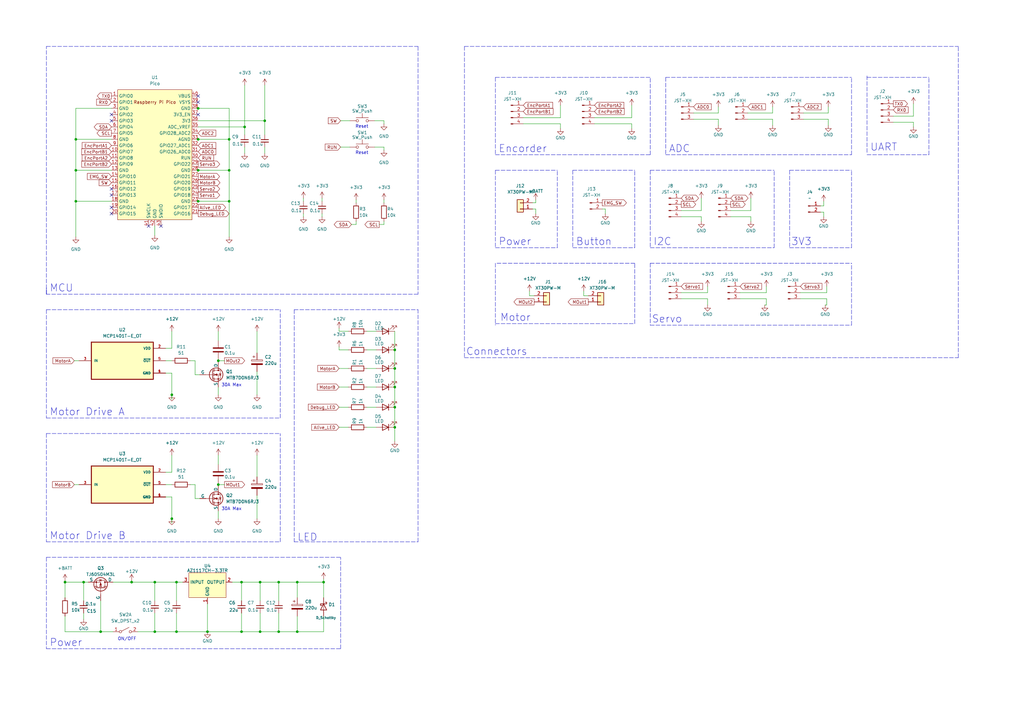
<source format=kicad_sch>
(kicad_sch (version 20230121) (generator eeschema)
  (paper "A3")
  (junction (at 89.535 147.955))
  (junction (at 26.67 238.76))
  (junction (at 85.09 259.08))
  (junction (at 41.275 259.08))
  (junction (at 70.485 212.725))
  (junction (at 81.28 69.85))
  (junction (at 114.3 259.08))
  (junction (at 121.92 238.76))
  (junction (at 53.975 238.76))
  (junction (at 161.925 167.005))
  (junction (at 161.925 151.13))
  (junction (at 72.39 238.76))
  (junction (at 34.29 238.76))
  (junction (at 81.28 44.45))
  (junction (at 161.925 158.75))
  (junction (at 108.585 49.53))
  (junction (at 93.98 69.85))
  (junction (at 31.115 57.15))
  (junction (at 63.5 259.08))
  (junction (at 81.28 57.15))
  (junction (at 161.925 143.51))
  (junction (at 99.06 238.76))
  (junction (at 106.68 259.08))
  (junction (at 93.98 82.55))
  (junction (at 106.68 238.76))
  (junction (at 121.92 259.08))
  (junction (at 132.715 238.76))
  (junction (at 93.98 57.15))
  (junction (at 81.28 82.55))
  (junction (at 31.115 69.85))
  (junction (at 161.925 175.26))
  (junction (at 89.535 198.755))
  (junction (at 99.06 259.08))
  (junction (at 72.39 259.08))
  (junction (at 114.3 238.76))
  (junction (at 31.115 82.55))
  (junction (at 63.5 238.76))
  (junction (at 70.485 161.925))
  (junction (at 100.33 52.07))
  (no_connect (at 60.96 92.71))
  (no_connect (at 81.28 46.99))
  (no_connect (at 45.72 85.09))
  (no_connect (at 45.72 80.01))
  (no_connect (at 81.28 41.91))
  (no_connect (at 45.72 46.99))
  (no_connect (at 45.72 49.53))
  (no_connect (at 81.28 39.37))
  (no_connect (at 45.72 87.63))
  (no_connect (at 45.72 77.47))
  (no_connect (at 66.04 92.71))
  (wire (pts (xy 303.53 120.015) (xy 314.325 120.015)))
  (polyline (pts (xy 19.05 266.065) (xy 139.7 266.065)) (stroke (width 0) (type dash)))
  (wire (pts (xy 150.495 143.51) (xy 154.305 143.51)))
  (wire (pts (xy 374.65 42.545) (xy 374.65 47.625)))
  (wire (pts (xy 217.17 119.38) (xy 217.17 121.285)))
  (wire (pts (xy 80.645 57.15) (xy 81.28 57.15)))
  (wire (pts (xy 243.84 50.8) (xy 259.08 50.8)))
  (wire (pts (xy 26.67 238.125) (xy 26.67 238.76)))
  (wire (pts (xy 121.92 238.76) (xy 132.715 238.76)))
  (wire (pts (xy 217.17 121.285) (xy 219.075 121.285)))
  (wire (pts (xy 80.645 44.45) (xy 81.28 44.45)))
  (wire (pts (xy 374.65 50.165) (xy 374.65 52.07)))
  (polyline (pts (xy 234.95 101.6) (xy 260.35 101.6)) (stroke (width 0) (type dash)))
  (wire (pts (xy 114.3 259.08) (xy 121.92 259.08)))
  (wire (pts (xy 339.725 48.895) (xy 339.725 51.435)))
  (wire (pts (xy 89.535 135.89) (xy 89.535 139.7)))
  (wire (pts (xy 139.065 167.005) (xy 142.875 167.005)))
  (wire (pts (xy 99.06 259.08) (xy 106.68 259.08)))
  (wire (pts (xy 303.53 122.555) (xy 314.325 122.555)))
  (wire (pts (xy 294.64 48.895) (xy 294.64 51.435)))
  (wire (pts (xy 316.865 48.895) (xy 316.865 51.435)))
  (wire (pts (xy 219.71 85.725) (xy 219.71 87.63)))
  (wire (pts (xy 290.195 117.475) (xy 290.195 120.015)))
  (wire (pts (xy 157.48 90.805) (xy 157.48 92.075)))
  (wire (pts (xy 31.115 82.55) (xy 45.72 82.55)))
  (polyline (pts (xy 120.65 127) (xy 171.45 127)) (stroke (width 0) (type dash)))
  (wire (pts (xy 30.48 198.755) (xy 32.385 198.755)))
  (polyline (pts (xy 139.7 266.065) (xy 139.7 228.6)) (stroke (width 0) (type dash)))
  (wire (pts (xy 161.925 151.13) (xy 161.925 158.75)))
  (wire (pts (xy 150.495 158.75) (xy 154.305 158.75)))
  (wire (pts (xy 142.875 143.51) (xy 139.065 143.51)))
  (wire (pts (xy 56.515 259.08) (xy 63.5 259.08)))
  (wire (pts (xy 93.98 57.15) (xy 93.98 69.85)))
  (wire (pts (xy 132.715 238.76) (xy 132.715 245.11)))
  (wire (pts (xy 161.925 158.75) (xy 161.925 167.005)))
  (wire (pts (xy 81.28 82.55) (xy 93.98 82.55)))
  (polyline (pts (xy 171.45 120.65) (xy 19.05 120.65)) (stroke (width 0) (type dash)))
  (wire (pts (xy 81.28 49.53) (xy 108.585 49.53)))
  (wire (pts (xy 366.395 47.625) (xy 374.65 47.625)))
  (wire (pts (xy 99.06 238.76) (xy 106.68 238.76)))
  (wire (pts (xy 46.355 259.08) (xy 41.275 259.08)))
  (wire (pts (xy 78.105 198.755) (xy 80.01 198.755)))
  (polyline (pts (xy 203.2 63.5) (xy 266.7 63.5)) (stroke (width 0) (type dash)))
  (wire (pts (xy 78.105 147.955) (xy 80.01 147.955)))
  (wire (pts (xy 259.08 43.18) (xy 259.08 48.26)))
  (polyline (pts (xy 19.05 171.45) (xy 114.935 171.45)) (stroke (width 0) (type dash)))
  (wire (pts (xy 337.82 82.55) (xy 337.82 84.455)))
  (wire (pts (xy 89.535 147.955) (xy 89.535 148.59)))
  (wire (pts (xy 150.495 167.005) (xy 154.305 167.005)))
  (wire (pts (xy 81.28 44.45) (xy 93.98 44.45)))
  (wire (pts (xy 339.09 125.095) (xy 338.455 125.095)))
  (wire (pts (xy 161.925 175.26) (xy 161.925 180.975)))
  (polyline (pts (xy 171.45 19.05) (xy 171.45 120.65)) (stroke (width 0) (type dash)))
  (polyline (pts (xy 355.6 31.115) (xy 355.6 62.865)) (stroke (width 0) (type dash)))
  (wire (pts (xy 139.065 143.51) (xy 139.065 142.24)))
  (polyline (pts (xy 203.2 69.85) (xy 228.6 69.85)) (stroke (width 0) (type dash)))
  (wire (pts (xy 67.945 147.955) (xy 70.485 147.955)))
  (polyline (pts (xy 349.25 63.5) (xy 349.25 31.75)) (stroke (width 0) (type dash)))
  (wire (pts (xy 336.55 86.995) (xy 337.82 86.995)))
  (wire (pts (xy 34.29 238.76) (xy 34.29 246.38)))
  (wire (pts (xy 89.535 209.55) (xy 89.535 212.725)))
  (wire (pts (xy 89.535 158.75) (xy 89.535 161.925)))
  (wire (pts (xy 161.925 167.005) (xy 161.925 175.26)))
  (wire (pts (xy 337.82 86.995) (xy 337.82 88.9)))
  (wire (pts (xy 34.29 238.76) (xy 36.195 238.76)))
  (wire (pts (xy 67.945 198.755) (xy 70.485 198.755)))
  (wire (pts (xy 139.065 135.89) (xy 142.875 135.89)))
  (polyline (pts (xy 203.2 31.75) (xy 266.7 31.75)) (stroke (width 0) (type dash)))
  (polyline (pts (xy 19.05 118.11) (xy 19.05 120.65)))
  (wire (pts (xy 108.585 34.925) (xy 108.585 49.53)))
  (wire (pts (xy 31.115 44.45) (xy 31.115 57.15)))
  (wire (pts (xy 132.715 237.49) (xy 132.715 238.76)))
  (wire (pts (xy 328.295 122.555) (xy 339.09 122.555)))
  (polyline (pts (xy 203.2 69.85) (xy 203.2 101.6)) (stroke (width 0) (type dash)))
  (wire (pts (xy 294.64 43.815) (xy 294.64 46.355)))
  (wire (pts (xy 218.44 83.185) (xy 219.71 83.185)))
  (wire (pts (xy 93.98 69.85) (xy 93.98 82.55)))
  (wire (pts (xy 124.46 88.9) (xy 124.46 87.63)))
  (wire (pts (xy 31.115 69.85) (xy 31.115 82.55)))
  (polyline (pts (xy 273.05 63.5) (xy 349.25 63.5)) (stroke (width 0) (type dash)))
  (wire (pts (xy 299.72 88.9) (xy 307.975 88.9)))
  (wire (pts (xy 63.5 238.76) (xy 63.5 246.38)))
  (wire (pts (xy 239.395 119.38) (xy 239.395 121.285)))
  (wire (pts (xy 150.495 151.13) (xy 154.305 151.13)))
  (wire (pts (xy 105.41 186.69) (xy 105.41 195.58)))
  (polyline (pts (xy 203.2 101.6) (xy 228.6 101.6)) (stroke (width 0) (type dash)))
  (polyline (pts (xy 19.05 228.6) (xy 139.7 228.6)) (stroke (width 0) (type dash)))
  (wire (pts (xy 72.39 259.08) (xy 72.39 251.46)))
  (wire (pts (xy 72.39 259.08) (xy 85.09 259.08)))
  (wire (pts (xy 105.41 212.725) (xy 105.41 203.2)))
  (wire (pts (xy 329.565 48.895) (xy 339.725 48.895)))
  (wire (pts (xy 339.09 117.475) (xy 339.09 120.015)))
  (polyline (pts (xy 323.85 69.85) (xy 323.85 101.6)) (stroke (width 0) (type dash)))
  (wire (pts (xy 219.71 81.915) (xy 219.71 83.185)))
  (wire (pts (xy 247.015 85.725) (xy 248.285 85.725)))
  (wire (pts (xy 26.67 259.08) (xy 41.275 259.08)))
  (wire (pts (xy 337.82 84.455) (xy 336.55 84.455)))
  (wire (pts (xy 124.46 81.28) (xy 124.46 82.55)))
  (polyline (pts (xy 171.45 222.25) (xy 171.45 127)) (stroke (width 0) (type dash)))
  (wire (pts (xy 218.44 85.725) (xy 219.71 85.725)))
  (wire (pts (xy 157.48 81.915) (xy 157.48 83.185)))
  (wire (pts (xy 279.4 86.36) (xy 287.655 86.36)))
  (wire (pts (xy 132.715 252.73) (xy 132.715 259.08)))
  (polyline (pts (xy 203.2 132.715) (xy 260.35 132.715)) (stroke (width 0) (type dash)))
  (wire (pts (xy 157.48 60.325) (xy 157.48 61.595)))
  (wire (pts (xy 121.92 238.76) (xy 121.92 245.11)))
  (polyline (pts (xy 266.7 107.95) (xy 349.25 107.95)) (stroke (width 0) (type dash)))
  (wire (pts (xy 99.06 251.46) (xy 99.06 259.08)))
  (wire (pts (xy 41.275 246.38) (xy 41.275 259.08)))
  (polyline (pts (xy 260.35 132.715) (xy 260.35 107.95)) (stroke (width 0) (type dash)))
  (polyline (pts (xy 19.05 228.6) (xy 19.05 266.065)) (stroke (width 0) (type dash)))
  (wire (pts (xy 85.09 259.08) (xy 99.06 259.08)))
  (polyline (pts (xy 19.05 120.65) (xy 19.05 19.05)) (stroke (width 0) (type dash)))
  (wire (pts (xy 72.39 259.08) (xy 63.5 259.08)))
  (polyline (pts (xy 393.065 19.05) (xy 393.065 19.05)) (stroke (width 0) (type dash)))
  (polyline (pts (xy 19.05 127) (xy 114.935 127)) (stroke (width 0) (type dash)))
  (wire (pts (xy 95.25 238.76) (xy 99.06 238.76)))
  (wire (pts (xy 290.195 122.555) (xy 290.195 125.095)))
  (wire (pts (xy 239.395 121.285) (xy 241.3 121.285)))
  (polyline (pts (xy 355.6 63.5) (xy 381 63.5)) (stroke (width 0) (type dash)))
  (wire (pts (xy 139.7 49.53) (xy 143.51 49.53)))
  (polyline (pts (xy 260.35 101.6) (xy 260.35 69.85)) (stroke (width 0) (type dash)))
  (wire (pts (xy 81.28 52.07) (xy 100.33 52.07)))
  (wire (pts (xy 80.01 204.47) (xy 81.915 204.47)))
  (wire (pts (xy 339.725 43.815) (xy 339.725 46.355)))
  (wire (pts (xy 259.08 50.8) (xy 259.08 52.705)))
  (wire (pts (xy 287.655 81.28) (xy 287.655 86.36)))
  (wire (pts (xy 214.63 48.26) (xy 229.87 48.26)))
  (wire (pts (xy 316.865 43.815) (xy 316.865 46.355)))
  (wire (pts (xy 287.655 88.9) (xy 287.655 90.805)))
  (polyline (pts (xy 114.935 222.25) (xy 114.935 177.8)) (stroke (width 0) (type dash)))
  (wire (pts (xy 31.115 57.15) (xy 45.72 57.15)))
  (polyline (pts (xy 381 63.5) (xy 381 31.75)) (stroke (width 0) (type dash)))
  (polyline (pts (xy 266.7 69.85) (xy 266.7 101.6)) (stroke (width 0) (type dash)))
  (wire (pts (xy 74.93 238.76) (xy 72.39 238.76)))
  (wire (pts (xy 45.72 44.45) (xy 31.115 44.45)))
  (wire (pts (xy 89.535 147.32) (xy 89.535 147.955)))
  (wire (pts (xy 114.3 251.46) (xy 114.3 259.08)))
  (polyline (pts (xy 19.05 127) (xy 19.05 171.45)) (stroke (width 0) (type dash)))
  (wire (pts (xy 26.67 238.76) (xy 26.67 245.11)))
  (wire (pts (xy 314.325 122.555) (xy 314.325 125.095)))
  (wire (pts (xy 108.585 49.53) (xy 108.585 55.245)))
  (wire (pts (xy 106.68 238.76) (xy 106.68 246.38)))
  (polyline (pts (xy 190.5 19.05) (xy 190.5 146.685)) (stroke (width 0) (type dash)))
  (wire (pts (xy 279.4 120.015) (xy 290.195 120.015)))
  (wire (pts (xy 314.325 117.475) (xy 314.325 120.015)))
  (polyline (pts (xy 190.5 146.685) (xy 393.065 146.685)) (stroke (width 0) (type dash)))
  (wire (pts (xy 155.575 92.075) (xy 157.48 92.075)))
  (wire (pts (xy 31.115 82.55) (xy 31.115 97.155)))
  (wire (pts (xy 70.485 161.925) (xy 70.485 163.83)))
  (wire (pts (xy 161.925 135.89) (xy 161.925 143.51)))
  (polyline (pts (xy 190.5 19.05) (xy 393.065 19.05)) (stroke (width 0) (type dash)))
  (wire (pts (xy 144.145 92.075) (xy 146.05 92.075)))
  (wire (pts (xy 142.875 151.13) (xy 139.065 151.13)))
  (wire (pts (xy 146.05 90.805) (xy 146.05 92.075)))
  (wire (pts (xy 89.535 186.69) (xy 89.535 190.5)))
  (polyline (pts (xy 114.935 171.45) (xy 114.935 127)) (stroke (width 0) (type dash)))
  (wire (pts (xy 63.5 96.52) (xy 63.5 92.71)))
  (wire (pts (xy 279.4 122.555) (xy 290.195 122.555)))
  (polyline (pts (xy 355.6 31.75) (xy 381 31.75)) (stroke (width 0) (type dash)))
  (wire (pts (xy 63.5 251.46) (xy 63.5 259.08)))
  (wire (pts (xy 89.535 198.12) (xy 89.535 198.755)))
  (polyline (pts (xy 349.25 101.6) (xy 349.25 69.85)) (stroke (width 0) (type dash)))
  (polyline (pts (xy 203.2 107.95) (xy 203.2 133.35)) (stroke (width 0) (type dash)))
  (wire (pts (xy 106.68 259.08) (xy 114.3 259.08)))
  (polyline (pts (xy 228.6 101.6) (xy 228.6 69.85)) (stroke (width 0) (type dash)))
  (wire (pts (xy 34.29 251.46) (xy 34.29 254)))
  (wire (pts (xy 70.485 203.835) (xy 70.485 212.725)))
  (wire (pts (xy 243.84 48.26) (xy 259.08 48.26)))
  (wire (pts (xy 100.33 52.07) (xy 100.33 55.245)))
  (wire (pts (xy 81.28 57.15) (xy 93.98 57.15)))
  (wire (pts (xy 80.01 198.755) (xy 80.01 204.47)))
  (wire (pts (xy 93.98 44.45) (xy 93.98 57.15)))
  (wire (pts (xy 53.975 238.125) (xy 53.975 238.76)))
  (wire (pts (xy 284.48 46.355) (xy 294.64 46.355)))
  (wire (pts (xy 307.975 88.9) (xy 307.975 90.805)))
  (wire (pts (xy 314.325 125.095) (xy 313.69 125.095)))
  (wire (pts (xy 299.72 86.36) (xy 307.975 86.36)))
  (wire (pts (xy 139.065 134.62) (xy 139.065 135.89)))
  (wire (pts (xy 139.065 175.26) (xy 142.875 175.26)))
  (polyline (pts (xy 273.05 31.75) (xy 273.05 63.5)) (stroke (width 0) (type dash)))
  (wire (pts (xy 307.975 81.28) (xy 307.975 86.36)))
  (wire (pts (xy 72.39 238.76) (xy 72.39 246.38)))
  (wire (pts (xy 114.3 238.76) (xy 121.92 238.76)))
  (polyline (pts (xy 317.5 101.6) (xy 317.5 69.85)) (stroke (width 0) (type dash)))
  (wire (pts (xy 26.67 252.73) (xy 26.67 259.08)))
  (wire (pts (xy 284.48 48.895) (xy 294.64 48.895)))
  (wire (pts (xy 93.98 82.55) (xy 93.98 97.155)))
  (polyline (pts (xy 19.05 177.8) (xy 19.05 222.25)) (stroke (width 0) (type dash)))
  (wire (pts (xy 67.945 193.675) (xy 70.485 193.675)))
  (wire (pts (xy 70.485 135.89) (xy 70.485 142.875)))
  (wire (pts (xy 100.33 60.325) (xy 100.33 62.865)))
  (wire (pts (xy 132.08 81.28) (xy 132.08 82.55)))
  (polyline (pts (xy 349.25 133.35) (xy 349.25 107.95)) (stroke (width 0) (type dash)))
  (wire (pts (xy 306.705 46.355) (xy 316.865 46.355)))
  (wire (pts (xy 153.67 49.53) (xy 157.48 49.53)))
  (wire (pts (xy 70.485 212.725) (xy 70.485 214.63)))
  (wire (pts (xy 279.4 88.9) (xy 287.655 88.9)))
  (wire (pts (xy 53.975 238.76) (xy 63.5 238.76)))
  (polyline (pts (xy 266.7 101.6) (xy 317.5 101.6)) (stroke (width 0) (type dash)))
  (wire (pts (xy 99.06 238.76) (xy 99.06 246.38)))
  (wire (pts (xy 329.565 46.355) (xy 339.725 46.355)))
  (polyline (pts (xy 323.85 101.6) (xy 349.25 101.6)) (stroke (width 0) (type dash)))
  (polyline (pts (xy 266.7 63.5) (xy 266.7 31.75)) (stroke (width 0) (type dash)))
  (polyline (pts (xy 19.05 19.05) (xy 171.45 19.05)) (stroke (width 0) (type dash)))
  (wire (pts (xy 328.295 120.015) (xy 339.09 120.015)))
  (wire (pts (xy 339.09 122.555) (xy 339.09 125.095)))
  (polyline (pts (xy 273.05 31.75) (xy 349.25 31.75)) (stroke (width 0) (type dash)))
  (wire (pts (xy 146.05 81.915) (xy 146.05 83.185)))
  (wire (pts (xy 80.645 82.55) (xy 81.28 82.55)))
  (polyline (pts (xy 266.7 107.95) (xy 266.7 133.35)) (stroke (width 0) (type dash)))
  (wire (pts (xy 30.48 147.955) (xy 32.385 147.955)))
  (wire (pts (xy 80.01 147.955) (xy 80.01 153.67)))
  (wire (pts (xy 70.485 153.035) (xy 70.485 161.925)))
  (wire (pts (xy 80.645 69.85) (xy 81.28 69.85)))
  (wire (pts (xy 150.495 175.26) (xy 154.305 175.26)))
  (polyline (pts (xy 323.85 69.85) (xy 349.25 69.85)) (stroke (width 0) (type dash)))
  (polyline (pts (xy 19.05 222.25) (xy 114.935 222.25)) (stroke (width 0) (type dash)))
  (wire (pts (xy 72.39 238.76) (xy 63.5 238.76)))
  (polyline (pts (xy 120.65 222.25) (xy 171.45 222.25)) (stroke (width 0) (type dash)))
  (wire (pts (xy 106.68 238.76) (xy 114.3 238.76)))
  (wire (pts (xy 100.33 34.925) (xy 100.33 52.07)))
  (wire (pts (xy 121.92 259.08) (xy 132.715 259.08)))
  (polyline (pts (xy 393.065 146.685) (xy 393.065 19.05)) (stroke (width 0) (type dash)))
  (polyline (pts (xy 19.05 177.8) (xy 114.935 177.8)) (stroke (width 0) (type dash)))
  (wire (pts (xy 31.115 57.15) (xy 31.115 69.85)))
  (wire (pts (xy 67.945 153.035) (xy 70.485 153.035)))
  (polyline (pts (xy 203.2 31.75) (xy 203.2 63.5)) (stroke (width 0) (type dash)))
  (wire (pts (xy 366.395 50.165) (xy 374.65 50.165)))
  (wire (pts (xy 153.67 60.325) (xy 157.48 60.325)))
  (wire (pts (xy 89.535 147.955) (xy 92.075 147.955)))
  (polyline (pts (xy 266.7 69.85) (xy 317.5 69.85)) (stroke (width 0) (type dash)))
  (wire (pts (xy 161.925 143.51) (xy 161.925 151.13)))
  (wire (pts (xy 105.41 135.89) (xy 105.41 144.78)))
  (polyline (pts (xy 120.65 127) (xy 120.65 222.25)) (stroke (width 0) (type dash)))
  (wire (pts (xy 248.285 85.725) (xy 248.285 87.63)))
  (wire (pts (xy 229.87 43.18) (xy 229.87 48.26)))
  (polyline (pts (xy 203.835 107.95) (xy 260.35 107.95)) (stroke (width 0) (type dash)))
  (wire (pts (xy 89.535 198.755) (xy 89.535 199.39)))
  (wire (pts (xy 67.945 203.835) (xy 70.485 203.835)))
  (wire (pts (xy 31.115 69.85) (xy 45.72 69.85)))
  (wire (pts (xy 132.08 88.9) (xy 132.08 87.63)))
  (wire (pts (xy 46.355 238.76) (xy 53.975 238.76)))
  (polyline (pts (xy 266.7 133.35) (xy 349.25 133.35)) (stroke (width 0) (type dash)))
  (wire (pts (xy 114.3 238.76) (xy 114.3 246.38)))
  (polyline (pts (xy 234.95 69.85) (xy 234.95 101.6)) (stroke (width 0) (type dash)))
  (wire (pts (xy 80.01 153.67) (xy 81.915 153.67)))
  (wire (pts (xy 26.67 238.76) (xy 34.29 238.76)))
  (wire (pts (xy 70.485 186.69) (xy 70.485 193.675)))
  (polyline (pts (xy 234.95 69.85) (xy 260.35 69.85)) (stroke (width 0) (type dash)))
  (wire (pts (xy 81.28 69.85) (xy 93.98 69.85)))
  (wire (pts (xy 105.41 161.925) (xy 105.41 152.4)))
  (wire (pts (xy 214.63 50.8) (xy 229.87 50.8)))
  (wire (pts (xy 108.585 60.325) (xy 108.585 62.865)))
  (wire (pts (xy 229.87 50.8) (xy 229.87 52.705)))
  (wire (pts (xy 150.495 135.89) (xy 154.305 135.89)))
  (wire (pts (xy 139.7 60.325) (xy 143.51 60.325)))
  (wire (pts (xy 92.075 198.755) (xy 89.535 198.755)))
  (wire (pts (xy 142.875 158.75) (xy 139.065 158.75)))
  (wire (pts (xy 106.68 251.46) (xy 106.68 259.08)))
  (wire (pts (xy 121.92 252.73) (xy 121.92 259.08)))
  (wire (pts (xy 306.705 48.895) (xy 316.865 48.895)))
  (wire (pts (xy 157.48 49.53) (xy 157.48 50.8)))
  (wire (pts (xy 67.945 142.875) (xy 70.485 142.875)))
  (wire (pts (xy 85.09 259.08) (xy 85.09 247.65)))
  (text "ADC" (at 274.32 62.865 0) (effects (font (size 3 3)) (justify left bottom)))
  (text "MCU" (at 20.32 120.015 0) (effects (font (size 3 3)) (justify left bottom)))
  (text "Connectors" (at 191.135 146.05 0) (effects (font (size 3 3)) (justify left bottom)))
  (text "Power" (at 20.32 265.43 0) (effects (font (size 3 3)) (justify left bottom)))
  (text "Button" (at 236.22 100.965 0) (effects (font (size 3 3)) (justify left bottom)))
  (text "LED" (at 121.92 222.25 0) (effects (font (size 3 3)) (justify left bottom)))
  (text "Power" (at 204.47 100.965 0) (effects (font (size 3 3)) (justify left bottom)))
  (text "ON/OFF" (at 48.26 262.89 0) (effects (font (size 1.27 1.27)) (justify left bottom)))
  (text "30A Max" (at 90.805 209.55 0) (effects (font (size 1.27 1.27)) (justify left bottom)))
  (text "Servo" (at 267.335 132.715 0) (effects (font (size 3 3)) (justify left bottom)))
  (text "UART" (at 356.87 62.23 0) (effects (font (size 3 3)) (justify left bottom)))
  (text "Motor" (at 205.105 132.08 0) (effects (font (size 3 3)) (justify left bottom)))
  (text "Motor Drive B\n" (at 20.32 221.615 0) (effects (font (size 3 3)) (justify left bottom)))
  (text "Encorder" (at 204.47 62.865 0) (effects (font (size 3 3)) (justify left bottom)))
  (text "I2C" (at 267.97 100.965 0) (effects (font (size 3 3)) (justify left bottom)))
  (text "30A Max" (at 90.805 158.75 0) (effects (font (size 1.27 1.27)) (justify left bottom)))
  (text "3V3" (at 324.485 100.965 0) (effects (font (size 3 3)) (justify left bottom)))
  (text "Reset" (at 151.13 63.5 0) (effects (font (size 1.27 1.27)) (justify right bottom)))
  (text "Motor Drive A\n" (at 20.32 170.815 0) (effects (font (size 3 3)) (justify left bottom)))
  (text "Reset" (at 151.13 52.705 0) (effects (font (size 1.27 1.27)) (justify right bottom)))
  (global_label "Servo2" (shape input) (at 303.53 117.475 0) (property "Intersheetrefs" "${INTERSHEET_REFS}" (effects hide)))
  (global_label "Alive_LED" (shape input) (at 139.065 175.26 180) (property "Intersheetrefs" "${INTERSHEET_REFS}" (effects hide)))
  (global_label "SCL" (shape output) (at 155.575 92.075 180) (property "Intersheetrefs" "${INTERSHEET_REFS}" (effects hide)))
  (global_label "RX0" (shape input) (at 366.395 45.085 0) (property "Intersheetrefs" "${INTERSHEET_REFS}" (effects hide)))
  (global_label "TX0" (shape output) (at 366.395 42.545 0) (property "Intersheetrefs" "${INTERSHEET_REFS}" (effects hide)))
  (global_label "EncPortA2" (shape input) (at 45.72 64.77 180) (property "Intersheetrefs" "${INTERSHEET_REFS}" (effects hide)))
  (global_label "EMG_SW" (shape output) (at 247.015 83.185 0) (property "Intersheetrefs" "${INTERSHEET_REFS}" (effects hide)))
  (global_label "MOut2" (shape output) (at 219.075 123.825 180) (property "Intersheetrefs" "${INTERSHEET_REFS}" (effects hide)))
  (global_label "EMG_SW" (shape input) (at 45.72 72.39 180) (property "Intersheetrefs" "${INTERSHEET_REFS}" (effects hide)))
  (global_label "EncPortA2" (shape input) (at 243.84 43.18 0) (property "Intersheetrefs" "${INTERSHEET_REFS}" (effects hide)))
  (global_label "MOut1" (shape output) (at 92.075 198.755 0) (property "Intersheetrefs" "${INTERSHEET_REFS}" (effects hide)))
  (global_label "MotorB" (shape output) (at 81.28 74.93 0) (property "Intersheetrefs" "${INTERSHEET_REFS}" (effects hide)))
  (global_label "SCL" (shape output) (at 279.4 83.82 0) (property "Intersheetrefs" "${INTERSHEET_REFS}" (effects hide)))
  (global_label "SDA" (shape bidirectional) (at 279.4 81.28 0) (property "Intersheetrefs" "${INTERSHEET_REFS}" (effects hide)))
  (global_label "SDA" (shape bidirectional) (at 144.145 92.075 180) (property "Intersheetrefs" "${INTERSHEET_REFS}" (effects hide)))
  (global_label "MotorB" (shape input) (at 139.065 158.75 180) (property "Intersheetrefs" "${INTERSHEET_REFS}" (effects hide)))
  (global_label "ADC2" (shape input) (at 81.28 54.61 0) (property "Intersheetrefs" "${INTERSHEET_REFS}" (effects hide)))
  (global_label "ADC0" (shape input) (at 81.28 62.23 0) (property "Intersheetrefs" "${INTERSHEET_REFS}" (effects hide)))
  (global_label "SDA" (shape bidirectional) (at 45.72 52.07 180) (property "Intersheetrefs" "${INTERSHEET_REFS}" (effects hide)))
  (global_label "Debug_LED" (shape output) (at 81.28 87.63 0) (property "Intersheetrefs" "${INTERSHEET_REFS}" (effects hide)))
  (global_label "RUN" (shape input) (at 81.28 64.77 0) (property "Intersheetrefs" "${INTERSHEET_REFS}" (effects hide)))
  (global_label "MOut2" (shape output) (at 92.075 147.955 0) (property "Intersheetrefs" "${INTERSHEET_REFS}" (effects hide)))
  (global_label "SCL" (shape output) (at 299.72 83.82 0) (property "Intersheetrefs" "${INTERSHEET_REFS}" (effects hide)))
  (global_label "MotorB" (shape input) (at 30.48 198.755 180) (property "Intersheetrefs" "${INTERSHEET_REFS}" (effects hide)))
  (global_label "MOut1" (shape output) (at 241.3 123.825 180) (property "Intersheetrefs" "${INTERSHEET_REFS}" (effects hide)))
  (global_label "Servo3" (shape output) (at 81.28 67.31 0) (property "Intersheetrefs" "${INTERSHEET_REFS}" (effects hide)))
  (global_label "MotorA" (shape input) (at 30.48 147.955 180) (property "Intersheetrefs" "${INTERSHEET_REFS}" (effects hide)))
  (global_label "Debug_LED" (shape input) (at 139.065 167.005 180) (property "Intersheetrefs" "${INTERSHEET_REFS}" (effects hide)))
  (global_label "EncPortA1" (shape input) (at 214.63 43.18 0) (property "Intersheetrefs" "${INTERSHEET_REFS}" (effects hide)))
  (global_label "EncPortB1" (shape input) (at 214.63 45.72 0) (property "Intersheetrefs" "${INTERSHEET_REFS}" (effects hide)))
  (global_label "Servo1" (shape output) (at 81.28 80.01 0) (property "Intersheetrefs" "${INTERSHEET_REFS}" (effects hide)))
  (global_label "EncPortA1" (shape input) (at 45.72 59.69 180) (property "Intersheetrefs" "${INTERSHEET_REFS}" (effects hide)))
  (global_label "MotorA" (shape input) (at 139.065 151.13 180) (property "Intersheetrefs" "${INTERSHEET_REFS}" (effects hide)))
  (global_label "Servo1" (shape input) (at 279.4 117.475 0) (property "Intersheetrefs" "${INTERSHEET_REFS}" (effects hide)))
  (global_label "ADC2" (shape input) (at 329.565 43.815 0) (property "Intersheetrefs" "${INTERSHEET_REFS}" (effects hide)))
  (global_label "EncPortB2" (shape input) (at 45.72 67.31 180) (property "Intersheetrefs" "${INTERSHEET_REFS}" (effects hide)))
  (global_label "ADC1" (shape input) (at 306.705 43.815 0) (property "Intersheetrefs" "${INTERSHEET_REFS}" (effects hide)))
  (global_label "Alive_LED" (shape output) (at 81.28 85.09 0) (property "Intersheetrefs" "${INTERSHEET_REFS}" (effects hide)))
  (global_label "SW" (shape input) (at 139.7 49.53 180) (property "Intersheetrefs" "${INTERSHEET_REFS}" (effects hide)))
  (global_label "SW" (shape input) (at 45.72 74.93 180) (property "Intersheetrefs" "${INTERSHEET_REFS}" (effects hide)))
  (global_label "RUN" (shape input) (at 139.7 60.325 180) (property "Intersheetrefs" "${INTERSHEET_REFS}" (effects hide)))
  (global_label "Servo2" (shape output) (at 81.28 77.47 0) (property "Intersheetrefs" "${INTERSHEET_REFS}" (effects hide)))
  (global_label "TX0" (shape output) (at 45.72 39.37 180) (property "Intersheetrefs" "${INTERSHEET_REFS}" (effects hide)))
  (global_label "SDA" (shape bidirectional) (at 299.72 81.28 0) (property "Intersheetrefs" "${INTERSHEET_REFS}" (effects hide)))
  (global_label "MotorA" (shape output) (at 81.28 72.39 0) (property "Intersheetrefs" "${INTERSHEET_REFS}" (effects hide)))
  (global_label "ADC0" (shape input) (at 284.48 43.815 0) (property "Intersheetrefs" "${INTERSHEET_REFS}" (effects hide)))
  (global_label "SCL" (shape output) (at 45.72 54.61 180) (property "Intersheetrefs" "${INTERSHEET_REFS}" (effects hide)))
  (global_label "EncPortB2" (shape input) (at 243.84 45.72 0) (property "Intersheetrefs" "${INTERSHEET_REFS}" (effects hide)))
  (global_label "EncPortB1" (shape input) (at 45.72 62.23 180) (property "Intersheetrefs" "${INTERSHEET_REFS}" (effects hide)))
  (global_label "RX0" (shape input) (at 45.72 41.91 180) (property "Intersheetrefs" "${INTERSHEET_REFS}" (effects hide)))
  (global_label "ADC1" (shape input) (at 81.28 59.69 0) (property "Intersheetrefs" "${INTERSHEET_REFS}" (effects hide)))
  (global_label "Servo3" (shape input) (at 328.295 117.475 0) (property "Intersheetrefs" "${INTERSHEET_REFS}" (effects hide)))
  (symbol (lib_id "power:GND") (at 34.29 254 0) (unit 1)
    (property "Reference" "#PWR064" (effects hide))
    (property "Value" "GND" (at 34.29 257.81 0))
  )
  (symbol (lib_id "Device:R") (at 146.685 167.005 90) (unit 1)
    (property "Reference" "R7" (at 145.415 165.735 0) (effects (justify left)))
    (property "Value" "1k" (at 147.955 165.735 0) (effects (justify left)))
    (property "Footprint" "Resistor_SMD:R_0603_1608Metric_Pad0.98x0.95mm_HandSolder" (effects hide))
  )
  (symbol (lib_id "power:+3V3") (at 294.64 43.815 0) (unit 1)
    (property "Reference" "#PWR029" (effects hide))
    (property "Value" "+3V3" (at 294.64 38.735 0))
  )
  (symbol (lib_id "power:GND") (at 108.585 62.865 0) (unit 1)
    (property "Reference" "#PWR036" (effects hide))
    (property "Value" "GND" (at 108.585 67.945 0))
  )
  (symbol (lib_id "power:+3V3") (at 157.48 81.915 0) (unit 1)
    (property "Reference" "#PWR057" (effects hide))
    (property "Value" "+3V3" (at 157.48 76.835 0))
  )
  (symbol (lib_id "power:GND") (at 313.69 125.095 0) (unit 1)
    (property "Reference" "#PWR052" (effects hide))
    (property "Value" "GND" (at 313.69 128.905 0))
  )
  (symbol (lib_id "Device:C_Small") (at 114.3 248.92 0) (unit 1)
    (property "Reference" "C12" (at 109.1025 247.2096 0) (effects (justify left)))
    (property "Value" "0.1u" (at 109.22 250.19 0) (effects (justify left)))
    (property "Footprint" "Capacitor_SMD:C_0603_1608Metric_Pad1.08x0.95mm_HandSolder" (effects hide))
  )
  (symbol (lib_id "Connector:Conn_01x04_Pin") (at 361.315 45.085 0) (unit 1)
    (property "Reference" "J2" (at 361.95 37.465 0))
    (property "Value" "JST-XH" (at 361.95 40.005 0))
    (property "Footprint" "Connector_JST:JST_XH_B4B-XH-A_1x04_P2.50mm_Vertical" (effects hide))
  )
  (symbol (lib_id "Connector:Conn_01x03_Pin") (at 324.485 46.355 0) (unit 1)
    (property "Reference" "J7" (at 325.12 38.735 0))
    (property "Value" "JST-XH" (at 325.12 41.275 0))
    (property "Footprint" "Connector_JST:JST_XH_B3B-XH-A_1x03_P2.50mm_Vertical" (effects hide))
  )
  (symbol (lib_id "power:GND") (at 374.65 52.07 0) (unit 1)
    (property "Reference" "#PWR02" (effects hide))
    (property "Value" "GND" (at 374.65 55.88 0))
  )
  (symbol (lib_id "power:+BATT") (at 26.67 238.125 0) (unit 1)
    (property "Reference" "#PWR025" (effects hide))
    (property "Value" "+BATT" (at 26.67 233.045 0))
  )
  (symbol (lib_id "power:GND") (at 93.98 97.155 0) (unit 1)
    (property "Reference" "#PWR012" (effects hide))
    (property "Value" "GND" (at 93.98 102.235 0))
  )
  (symbol (lib_id "Device:C_Small") (at 106.68 248.92 0) (unit 1)
    (property "Reference" "C7" (at 101.4825 247.2096 0) (effects (justify left)))
    (property "Value" "0.1u" (at 101.6 250.19 0) (effects (justify left)))
    (property "Footprint" "Capacitor_SMD:C_0603_1608Metric_Pad1.08x0.95mm_HandSolder" (effects hide))
  )
  (symbol (lib_id "Device:C_Small") (at 108.585 57.785 0) (unit 1)
    (property "Reference" "C11" (at 103.3875 56.0746 0) (effects (justify left)))
    (property "Value" "0.1u" (at 103.505 59.055 0) (effects (justify left)))
    (property "Footprint" "Capacitor_SMD:C_0603_1608Metric_Pad1.08x0.95mm_HandSolder" (effects hide))
  )
  (symbol (lib_id "power:+3V3") (at 229.87 43.18 0) (unit 1)
    (property "Reference" "#PWR042" (effects hide))
    (property "Value" "+3V3" (at 229.87 38.1 0))
  )
  (symbol (lib_id "power:+3V3") (at 124.46 81.28 0) (unit 1)
    (property "Reference" "#PWR058" (effects hide))
    (property "Value" "+3V3" (at 124.46 76.2 0))
  )
  (symbol (lib_name "NMOS_1") (lib_id "Simulation_SPICE:NMOS") (at 86.995 153.67 0) (unit 1)
    (property "Reference" "Q1" (at 92.71 152.4 0) (effects (justify left)))
    (property "Value" "MTB7D0N6RJ3" (at 92.71 154.94 0) (effects (justify left)))
    (property "Footprint" "Package_TO_SOT_SMD:TO-252-2" (effects hide))
    (property "Datasheet" "https://ngspice.sourceforge.io/docs/ngspice-manual.pdf" (effects hide))
    (property "Sim.Device" "NMOS" (effects hide))
    (property "Sim.Type" "VDMOS" (effects hide))
    (property "Sim.Pins" "1=G 2=D 3=S" (effects hide))
  )
  (symbol (lib_id "power:GND") (at 100.33 62.865 0) (unit 1)
    (property "Reference" "#PWR024" (effects hide))
    (property "Value" "GND" (at 100.33 67.945 0))
  )
  (symbol (lib_id "power:+12V") (at 89.535 186.69 0) (unit 1)
    (property "Reference" "#PWR014" (effects hide))
    (property "Value" "+12V" (at 89.535 181.61 0))
  )
  (symbol (lib_id "Device:R") (at 146.685 151.13 90) (unit 1)
    (property "Reference" "R1" (at 145.415 149.86 0) (effects (justify left)))
    (property "Value" "1k" (at 147.955 149.86 0) (effects (justify left)))
    (property "Footprint" "Resistor_SMD:R_0603_1608Metric_Pad0.98x0.95mm_HandSolder" (effects hide))
  )
  (symbol (lib_id "power:+12V") (at 105.41 186.69 0) (unit 1)
    (property "Reference" "#PWR016" (effects hide))
    (property "Value" "+12V" (at 105.41 181.61 0))
  )
  (symbol (lib_id "Connector:Conn_01x03_Pin") (at 301.625 46.355 0) (unit 1)
    (property "Reference" "J6" (at 302.26 38.735 0))
    (property "Value" "JST-XH" (at 302.26 41.275 0))
    (property "Footprint" "Connector_JST:JST_XH_B3B-XH-A_1x03_P2.50mm_Vertical" (effects hide))
  )
  (symbol (lib_id "power:+3V3") (at 100.33 34.925 0) (unit 1)
    (property "Reference" "#PWR035" (effects hide))
    (property "Value" "+3V3" (at 100.33 29.845 0))
  )
  (symbol (lib_id "power:+BATT") (at 219.71 81.915 0) (unit 1)
    (property "Reference" "#PWR046" (effects hide))
    (property "Value" "+BATT" (at 219.71 78.4131 0))
  )
  (symbol (lib_id "power:GND") (at 89.535 212.725 0) (unit 1)
    (property "Reference" "#PWR015" (effects hide))
    (property "Value" "GND" (at 89.535 217.805 0))
  )
  (symbol (lib_id "power:GND") (at 219.71 87.63 0) (unit 1)
    (property "Reference" "#PWR047" (effects hide))
    (property "Value" "GND" (at 219.71 91.44 0))
  )
  (symbol (lib_id "Device:C") (at 89.535 194.31 180) (unit 1)
    (property "Reference" "C3" (at 92.075 193.04 0) (effects (justify right)))
    (property "Value" "0.1u" (at 92.075 195.58 0) (effects (justify right)))
    (property "Footprint" "Capacitor_SMD:C_0603_1608Metric_Pad1.08x0.95mm_HandSolder" (effects hide))
  )
  (symbol (lib_id "power:GND") (at 338.455 125.095 0) (unit 1)
    (property "Reference" "#PWR053" (effects hide))
    (property "Value" "GND" (at 338.455 128.905 0))
  )
  (symbol (lib_id "power:+12V") (at 53.975 238.125 0) (unit 1)
    (property "Reference" "#PWR021" (effects hide))
    (property "Value" "+12V" (at 53.975 234.315 0))
  )
  (symbol (lib_id "Device:C_Small") (at 63.5 248.92 0) (unit 1)
    (property "Reference" "C10" (at 58.3025 247.2096 0) (effects (justify left)))
    (property "Value" "0.1u" (at 58.42 250.19 0) (effects (justify left)))
    (property "Footprint" "Capacitor_SMD:C_0603_1608Metric_Pad1.08x0.95mm_HandSolder" (effects hide))
  )
  (symbol (lib_id "Device:C_Small") (at 132.08 85.09 0) (unit 1)
    (property "Reference" "C14" (at 126.8825 83.3796 0) (effects (justify left)))
    (property "Value" "0.1u" (at 127 86.36 0) (effects (justify left)))
    (property "Footprint" "Capacitor_SMD:C_0603_1608Metric_Pad1.08x0.95mm_HandSolder" (effects hide))
  )
  (symbol (lib_id "Connector:Conn_01x03_Pin") (at 298.45 120.015 0) (unit 1)
    (property "Reference" "J15" (at 299.085 112.395 0))
    (property "Value" "JST-XH" (at 299.085 114.935 0))
    (property "Footprint" "Connector_JST:JST_XH_B3B-XH-A_1x03_P2.50mm_Vertical" (effects hide))
  )
  (symbol (lib_id "power:+3V3") (at 339.09 117.475 0) (unit 1)
    (property "Reference" "#PWR054" (effects hide))
    (property "Value" "+3V3" (at 339.09 112.395 0))
  )
  (symbol (lib_id "Device:R") (at 26.67 248.92 0) (unit 1)
    (property "Reference" "R5" (at 29.21 247.65 0) (effects (justify left)))
    (property "Value" "10k" (at 29.21 250.19 0) (effects (justify left)))
    (property "Footprint" "Resistor_SMD:R_0603_1608Metric_Pad0.98x0.95mm_HandSolder" (effects hide))
  )
  (symbol (lib_id "power:+12V") (at 70.485 186.69 0) (unit 1)
    (property "Reference" "#PWR04" (effects hide))
    (property "Value" "+12V" (at 70.485 181.61 0))
  )
  (symbol (lib_id "Device:C_Polarized") (at 105.41 148.59 0) (unit 1)
    (property "Reference" "C2" (at 108.585 146.431 0) (effects (justify left)))
    (property "Value" "220u" (at 108.585 148.971 0) (effects (justify left)))
    (property "Footprint" "Capacitor_SMD:CP_Elec_10x10" (effects hide))
    (property "Datasheet" "UWT1H221MNL1GS" (effects hide))
  )
  (symbol (lib_id "power:GND") (at 287.655 90.805 0) (unit 1)
    (property "Reference" "#PWR039" (effects hide))
    (property "Value" "GND" (at 287.655 94.615 0))
  )
  (symbol (lib_id "power:GND") (at 157.48 61.595 0) (mirror y) (unit 1)
    (property "Reference" "#PWR038" (effects hide))
    (property "Value" "GND" (at 157.48 66.675 0))
  )
  (symbol (lib_id "Device:LED") (at 158.115 143.51 180) (unit 1)
    (property "Reference" "D3" (at 155.0618 139.0435 0))
    (property "Value" "LED" (at 155.575 140.97 0))
    (property "Footprint" "LED_SMD:LED_0603_1608Metric_Pad1.05x0.95mm_HandSolder" (effects hide))
  )
  (symbol (lib_id "Connector:Conn_01x03_Pin") (at 279.4 46.355 0) (unit 1)
    (property "Reference" "J5" (at 280.035 38.735 0))
    (property "Value" "JST-XH" (at 280.035 41.275 0))
    (property "Footprint" "Connector_JST:JST_XH_B3B-XH-A_1x03_P2.50mm_Vertical" (effects hide))
  )
  (symbol (lib_id "Device:LED") (at 158.115 151.13 180) (unit 1)
    (property "Reference" "D6" (at 155.0618 146.6635 0))
    (property "Value" "LED" (at 155.575 148.59 0))
    (property "Footprint" "LED_SMD:LED_0603_1608Metric_Pad1.05x0.95mm_HandSolder" (effects hide))
  )
  (symbol (lib_id "Device:D_Schottky") (at 132.715 248.92 270) (unit 1)
    (property "Reference" "D1" (at 134.747 247.9588 90) (effects (justify left)))
    (property "Value" "D_Schottky" (at 129.54 253.365 90) (effects (font (size 1 1)) (justify left)))
    (property "Footprint" "Diode_SMD:D_SOD-323_HandSoldering" (effects hide))
  )
  (symbol (lib_id "power:+12V") (at 139.065 134.62 0) (unit 1)
    (property "Reference" "#PWR026" (effects hide))
    (property "Value" "+12V" (at 139.065 130.81 0))
  )
  (symbol (lib_id "power:GND") (at 124.46 88.9 0) (mirror y) (unit 1)
    (property "Reference" "#PWR059" (effects hide))
    (property "Value" "GND" (at 124.46 93.98 0))
  )
  (symbol (lib_id "Device:R") (at 74.295 198.755 90) (unit 1)
    (property "Reference" "R12" (at 74.295 193.04 90))
    (property "Value" "51" (at 74.295 195.58 90))
    (property "Footprint" "Resistor_SMD:R_0603_1608Metric_Pad0.98x0.95mm_HandSolder" (effects hide))
  )
  (symbol (lib_id "power:+3V3") (at 108.585 34.925 0) (unit 1)
    (property "Reference" "#PWR03" (effects hide))
    (property "Value" "+3V3" (at 108.585 29.845 0))
  )
  (symbol (lib_id "Device:C") (at 89.535 143.51 180) (unit 1)
    (property "Reference" "C1" (at 92.075 142.24 0) (effects (justify right)))
    (property "Value" "0.1u" (at 92.075 144.78 0) (effects (justify right)))
    (property "Footprint" "Capacitor_SMD:C_0603_1608Metric_Pad1.08x0.95mm_HandSolder" (effects hide))
  )
  (symbol (lib_id "Device:R") (at 146.685 143.51 90) (unit 1)
    (property "Reference" "R6" (at 145.415 142.24 0) (effects (justify left)))
    (property "Value" "1k" (at 147.955 142.24 0) (effects (justify left)))
    (property "Footprint" "Resistor_SMD:R_0603_1608Metric_Pad0.98x0.95mm_HandSolder" (effects hide))
  )
  (symbol (lib_id "power:GND") (at 229.87 52.705 0) (unit 1)
    (property "Reference" "#PWR043" (effects hide))
    (property "Value" "GND" (at 229.87 56.515 0))
  )
  (symbol (lib_id "power:GND") (at 105.41 161.925 0) (unit 1)
    (property "Reference" "#PWR010" (effects hide))
    (property "Value" "GND" (at 105.41 167.005 0))
  )
  (symbol (lib_id "power:+3V3") (at 314.325 117.475 0) (unit 1)
    (property "Reference" "#PWR051" (effects hide))
    (property "Value" "+3V3" (at 314.325 112.395 0))
  )
  (symbol (lib_id "Device:C_Small") (at 34.29 248.92 180) (unit 1)
    (property "Reference" "C15" (at 39.4875 250.6304 0) (effects (justify left)))
    (property "Value" "0.1u" (at 39.37 247.65 0) (effects (justify left)))
    (property "Footprint" "Capacitor_SMD:C_0603_1608Metric_Pad1.08x0.95mm_HandSolder" (effects hide))
  )
  (symbol (lib_id "Switch:SW_DPST_x2") (at 51.435 259.08 0) (unit 1)
    (property "Reference" "SW2" (at 51.435 252.095 0))
    (property "Value" "SW_DPST_x2" (at 51.435 254.635 0))
    (property "Footprint" "Button_Switch_THT:SW_E-Switch_EG1271_SPDT" (effects hide))
  )
  (symbol (lib_name "NMOS_1") (lib_id "Simulation_SPICE:NMOS") (at 86.995 204.47 0) (unit 1)
    (property "Reference" "Q2" (at 92.71 203.2 0) (effects (justify left)))
    (property "Value" "MTB7D0N6RJ3" (at 92.71 205.74 0) (effects (justify left)))
    (property "Footprint" "Package_TO_SOT_SMD:TO-252-2" (effects hide))
    (property "Datasheet" "https://ngspice.sourceforge.io/docs/ngspice-manual.pdf" (effects hide))
    (property "Sim.Device" "NMOS" (effects hide))
    (property "Sim.Type" "VDMOS" (effects hide))
    (property "Sim.Pins" "1=G 2=D 3=S" (effects hide))
  )
  (symbol (lib_id "power:GND") (at 89.535 161.925 0) (unit 1)
    (property "Reference" "#PWR06" (effects hide))
    (property "Value" "GND" (at 89.535 167.005 0))
  )
  (symbol (lib_id "power:+3V3") (at 287.655 81.28 0) (unit 1)
    (property "Reference" "#PWR018" (effects hide))
    (property "Value" "+3V3" (at 287.655 76.2 0))
  )
  (symbol (lib_id "power:GND") (at 161.925 180.975 0) (unit 1)
    (property "Reference" "#PWR028" (effects hide))
    (property "Value" "GND" (at 161.925 184.785 0))
  )
  (symbol (lib_id "Connector:Conn_01x03_Pin") (at 274.32 120.015 0) (unit 1)
    (property "Reference" "J14" (at 274.955 112.395 0))
    (property "Value" "JST-XH" (at 274.955 114.935 0))
    (property "Footprint" "Connector_JST:JST_XH_B3B-XH-A_1x03_P2.50mm_Vertical" (effects hide))
  )
  (symbol (lib_id "power:GND") (at 105.41 212.725 0) (unit 1)
    (property "Reference" "#PWR017" (effects hide))
    (property "Value" "GND" (at 105.41 217.805 0))
  )
  (symbol (lib_id "Connector:Conn_01x04_Pin") (at 294.64 83.82 0) (unit 1)
    (property "Reference" "J9" (at 295.275 76.2 0))
    (property "Value" "JST-XH" (at 295.275 78.74 0))
    (property "Footprint" "Connector_JST:JST_XH_B4B-XH-A_1x04_P2.50mm_Vertical" (effects hide))
  )
  (symbol (lib_id "Connector_Generic:Conn_01x02") (at 224.155 123.825 0) (mirror x) (unit 1)
    (property "Reference" "J1" (at 224.79 115.57 0))
    (property "Value" "XT30PW-M" (at 224.79 118.11 0))
    (property "Footprint" "Connector_AMASS:AMASS_XT30PW-M_1x02_P2.50mm_Horizontal" (effects hide))
  )
  (symbol (lib_id "Device:C_Polarized") (at 121.92 248.92 0) (unit 1)
    (property "Reference" "C8" (at 125.095 246.761 0) (effects (justify left)))
    (property "Value" "220u" (at 125.095 249.301 0) (effects (justify left)))
    (property "Footprint" "Capacitor_SMD:CP_Elec_6.3x5.4" (effects hide))
  )
  (symbol (lib_id "power:GND") (at 259.08 52.705 0) (unit 1)
    (property "Reference" "#PWR045" (effects hide))
    (property "Value" "GND" (at 259.08 56.515 0))
  )
  (symbol (lib_id "power:+3V3") (at 146.05 81.915 0) (unit 1)
    (property "Reference" "#PWR056" (effects hide))
    (property "Value" "+3V3" (at 146.05 76.835 0))
  )
  (symbol (lib_id "Device:LED") (at 158.115 167.005 180) (unit 1)
    (property "Reference" "D4" (at 155.0618 162.5385 0))
    (property "Value" "LED" (at 155.575 164.465 0))
    (property "Footprint" "LED_SMD:LED_0603_1608Metric_Pad1.05x0.95mm_HandSolder" (effects hide))
  )
  (symbol (lib_id "power:+12V") (at 217.17 119.38 0) (unit 1)
    (property "Reference" "#PWR027" (effects hide))
    (property "Value" "+12V" (at 217.17 114.3 0))
  )
  (symbol (lib_id "power:GND") (at 339.725 51.435 0) (unit 1)
    (property "Reference" "#PWR034" (effects hide))
    (property "Value" "GND" (at 339.725 55.245 0))
  )
  (symbol (lib_id "power:GND") (at 248.285 87.63 0) (unit 1)
    (property "Reference" "#PWR048" (effects hide))
    (property "Value" "GND" (at 248.285 91.44 0))
  )
  (symbol (lib_id "Device:C_Small") (at 124.46 85.09 0) (unit 1)
    (property "Reference" "C13" (at 119.2625 83.3796 0) (effects (justify left)))
    (property "Value" "0.1u" (at 119.38 86.36 0) (effects (justify left)))
    (property "Footprint" "Capacitor_SMD:C_0603_1608Metric_Pad1.08x0.95mm_HandSolder" (effects hide))
  )
  (symbol (lib_id "power:GND") (at 290.195 125.095 0) (unit 1)
    (property "Reference" "#PWR050" (effects hide))
    (property "Value" "GND" (at 290.195 128.905 0))
  )
  (symbol (lib_id "MCU_RaspberryPi_and_Boards:Pico") (at 63.5 63.5 0) (unit 1)
    (property "Reference" "U1" (at 63.5 31.75 0))
    (property "Value" "Pico" (at 63.5 34.29 0))
    (property "Footprint" "MCU_RaspberryPi_and_Boards:RPi_Pico_SMD_TH" (effects hide))
  )
  (symbol (lib_id "power:GND") (at 157.48 50.8 0) (mirror y) (unit 1)
    (property "Reference" "#PWR019" (effects hide))
    (property "Value" "GND" (at 157.48 55.88 0))
  )
  (symbol (lib_id "Device:LED") (at 158.115 135.89 180) (unit 1)
    (property "Reference" "D2" (at 155.0618 132.6935 0))
    (property "Value" "LED" (at 155.575 134.62 0))
    (property "Footprint" "LED_SMD:LED_0603_1608Metric_Pad1.05x0.95mm_HandSolder" (effects hide))
  )
  (symbol (lib_id "Connector:Conn_01x03_Pin") (at 323.215 120.015 0) (unit 1)
    (property "Reference" "J3" (at 323.85 112.395 0))
    (property "Value" "JST-XH" (at 323.85 114.935 0))
    (property "Footprint" "Connector_JST:JST_XH_B3B-XH-A_1x03_P2.50mm_Vertical" (effects hide))
  )
  (symbol (lib_id "Connector:Conn_01x04_Pin") (at 274.32 83.82 0) (unit 1)
    (property "Reference" "J8" (at 274.955 76.2 0))
    (property "Value" "JST-XH" (at 274.955 78.74 0))
    (property "Footprint" "Connector_JST:JST_XH_B4B-XH-A_1x04_P2.50mm_Vertical" (effects hide))
  )
  (symbol (lib_id "Device:LED") (at 158.115 175.26 180) (unit 1)
    (property "Reference" "D5" (at 155.0618 170.7935 0))
    (property "Value" "LED" (at 155.575 172.72 0))
    (property "Footprint" "LED_SMD:LED_0603_1608Metric_Pad1.05x0.95mm_HandSolder" (effects hide))
  )
  (symbol (lib_id "Device:R") (at 146.685 175.26 90) (unit 1)
    (property "Reference" "R9" (at 145.415 173.99 0) (effects (justify left)))
    (property "Value" "1k" (at 147.955 173.99 0) (effects (justify left)))
    (property "Footprint" "Resistor_SMD:R_0603_1608Metric_Pad0.98x0.95mm_HandSolder" (effects hide))
  )
  (symbol (lib_id "Device:LED") (at 158.115 158.75 180) (unit 1)
    (property "Reference" "D7" (at 155.0618 154.2835 0))
    (property "Value" "LED" (at 155.575 156.21 0))
    (property "Footprint" "LED_SMD:LED_0603_1608Metric_Pad1.05x0.95mm_HandSolder" (effects hide))
  )
  (symbol (lib_id "power:+3V3") (at 374.65 42.545 0) (unit 1)
    (property "Reference" "#PWR01" (effects hide))
    (property "Value" "+3V3" (at 374.65 37.465 0))
  )
  (symbol (lib_id "power:+3V3") (at 290.195 117.475 0) (unit 1)
    (property "Reference" "#PWR049" (effects hide))
    (property "Value" "+3V3" (at 290.195 112.395 0))
  )
  (symbol (lib_id "Device:C_Small") (at 72.39 248.92 0) (unit 1)
    (property "Reference" "C5" (at 67.1925 247.2096 0) (effects (justify left)))
    (property "Value" "22u" (at 67.31 250.19 0) (effects (justify left)))
    (property "Footprint" "Capacitor_SMD:C_1206_3216Metric_Pad1.33x1.80mm_HandSolder" (effects hide))
    (property "Datasheet" "https://akizukidenshi.com/catalog/g/gP-08240/" (effects hide))
  )
  (symbol (lib_id "MCP1401T-E_OT:MCP1401T-E_OT") (at 50.165 147.955 0) (unit 1)
    (property "Reference" "U2" (at 50.165 135.255 0))
    (property "Value" "MCP1401T-E_OT" (at 50.165 137.795 0))
    (property "Footprint" "MCP1401T-E_OT:SOT95P270X145-5N" (effects hide))
    (property "MF" "Microchip" (effects hide))
    (property "Description" "\nMicrochip MCP1401T-E/OT,MOSFET Power Driver.5A,4.5 to 18V,Inverting,5-Pin SOT-23 | Microchip Technology Inc. MCP1401T-E/OT\n" (effects hide))
    (property "Package" "SOT-23-5 Microchip" (effects hide))
    (property "Price" "None" (effects hide))
    (property "SnapEDA_Link" "https://www.snapeda.com/parts/MCP1401T-E/OT/Microchip/view-part/?ref=snap" (effects hide))
    (property "MP" "MCP1401T-E/OT" (effects hide))
    (property "Purchase-URL" "https://www.snapeda.com/api/url_track_click_mouser/?unipart_id=142508&manufacturer=Microchip&part_name=MCP1401T-E/OT&search_term=None" (effects hide))
    (property "Availability" "In Stock" (effects hide))
    (property "Check_prices" "https://www.snapeda.com/parts/MCP1401T-E/OT/Microchip/view-part/?ref=eda" (effects hide))
  )
  (symbol (lib_id "power:+3V3") (at 259.08 43.18 0) (unit 1)
    (property "Reference" "#PWR044" (effects hide))
    (property "Value" "+3V3" (at 259.08 38.1 0))
  )
  (symbol (lib_id "MCP1401T-E_OT:MCP1401T-E_OT") (at 50.165 198.755 0) (unit 1)
    (property "Reference" "U3" (at 50.165 186.055 0))
    (property "Value" "MCP1401T-E_OT" (at 50.165 188.595 0))
    (property "Footprint" "MCP1401T-E_OT:SOT95P270X145-5N" (effects hide))
    (property "MF" "Microchip" (effects hide))
    (property "Description" "\nMicrochip MCP1401T-E/OT,MOSFET Power Driver.5A,4.5 to 18V,Inverting,5-Pin SOT-23 | Microchip Technology Inc. MCP1401T-E/OT\n" (effects hide))
    (property "Package" "SOT-23-5 Microchip" (effects hide))
    (property "Price" "None" (effects hide))
    (property "SnapEDA_Link" "https://www.snapeda.com/parts/MCP1401T-E/OT/Microchip/view-part/?ref=snap" (effects hide))
    (property "MP" "MCP1401T-E/OT" (effects hide))
    (property "Purchase-URL" "https://www.snapeda.com/api/url_track_click_mouser/?unipart_id=142508&manufacturer=Microchip&part_name=MCP1401T-E/OT&search_term=None" (effects hide))
    (property "Availability" "In Stock" (effects hide))
    (property "Check_prices" "https://www.snapeda.com/parts/MCP1401T-E/OT/Microchip/view-part/?ref=eda" (effects hide))
  )
  (symbol (lib_id "power:+12V") (at 70.485 135.89 0) (unit 1)
    (property "Reference" "#PWR07" (effects hide))
    (property "Value" "+12V" (at 70.485 130.81 0))
  )
  (symbol (lib_id "power:GND") (at 132.08 88.9 0) (mirror y) (unit 1)
    (property "Reference" "#PWR061" (effects hide))
    (property "Value" "GND" (at 132.08 93.98 0))
  )
  (symbol (lib_id "power:GND") (at 31.115 97.155 0) (unit 1)
    (property "Reference" "#PWR013" (effects hide))
    (property "Value" "GND" (at 31.115 102.235 0))
  )
  (symbol (lib_id "power:GND") (at 307.975 90.805 0) (unit 1)
    (property "Reference" "#PWR041" (effects hide))
    (property "Value" "GND" (at 307.975 94.615 0))
  )
  (symbol (lib_id "Connector:Conn_01x04_Pin") (at 209.55 45.72 0) (unit 1)
    (property "Reference" "J11" (at 210.185 38.1 0))
    (property "Value" "JST-XH" (at 210.185 40.64 0))
    (property "Footprint" "Connector_JST:JST_XH_B4B-XH-A_1x04_P2.50mm_Vertical" (effects hide))
  )
  (symbol (lib_id "sushi_lib:AZ1117CH-3.3TR") (at 85.09 237.49 0) (unit 1)
    (property "Reference" "U4" (at 85.09 232.0671 0))
    (property "Value" "AZ1117CH-3.3TR" (at 85.09 233.9881 0))
    (property "Footprint" "Package_TO_SOT_SMD:SOT-223-3_TabPin2" (effects hide))
  )
  (symbol (lib_id "Switch:SW_Push") (at 148.59 49.53 0) (mirror y) (unit 1)
    (property "Reference" "SW3" (at 148.59 43.5991 0))
    (property "Value" "SW_Push" (at 148.59 45.5201 0))
    (property "Footprint" "newinov-kicad:SKRPACE010" (effects hide))
  )
  (symbol (lib_id "Switch:SW_Push") (at 148.59 60.325 0) (mirror y) (unit 1)
    (property "Reference" "SW1" (at 148.59 54.3941 0))
    (property "Value" "SW_Push" (at 148.59 56.3151 0))
    (property "Footprint" "newinov-kicad:SKRPACE010" (effects hide))
  )
  (symbol (lib_id "power:+3V3") (at 337.82 82.55 0) (unit 1)
    (property "Reference" "#PWR063" (effects hide))
    (property "Value" "+3V3" (at 337.82 77.47 0))
  )
  (symbol (lib_id "Device:R") (at 146.685 158.75 90) (unit 1)
    (property "Reference" "R2" (at 145.415 157.48 0) (effects (justify left)))
    (property "Value" "1k" (at 147.955 157.48 0) (effects (justify left)))
    (property "Footprint" "Resistor_SMD:R_0603_1608Metric_Pad0.98x0.95mm_HandSolder" (effects hide))
  )
  (symbol (lib_id "power:GND") (at 63.5 96.52 0) (unit 1)
    (property "Reference" "#PWR055" (effects hide))
    (property "Value" "GND" (at 63.5 101.6 0))
  )
  (symbol (lib_id "power:GND") (at 70.485 161.925 0) (unit 1)
    (property "Reference" "#PWR05" (effects hide))
    (property "Value" "GND" (at 70.485 167.005 0))
  )
  (symbol (lib_id "power:+12V") (at 239.395 119.38 0) (unit 1)
    (property "Reference" "#PWR037" (effects hide))
    (property "Value" "+12V" (at 239.395 114.3 0))
  )
  (symbol (lib_id "power:GND") (at 294.64 51.435 0) (unit 1)
    (property "Reference" "#PWR030" (effects hide))
    (property "Value" "GND" (at 294.64 55.245 0))
  )
  (symbol (lib_id "power:+3V3") (at 316.865 43.815 0) (unit 1)
    (property "Reference" "#PWR031" (effects hide))
    (property "Value" "+3V3" (at 316.865 38.735 0))
  )
  (symbol (lib_id "Device:R") (at 74.295 147.955 90) (unit 1)
    (property "Reference" "R11" (at 74.295 142.24 90))
    (property "Value" "51" (at 74.295 144.78 90))
    (property "Footprint" "Resistor_SMD:R_0603_1608Metric_Pad0.98x0.95mm_HandSolder" (effects hide))
  )
  (symbol (lib_id "power:GND") (at 337.82 88.9 0) (unit 1)
    (property "Reference" "#PWR062" (effects hide))
    (property "Value" "GND" (at 337.82 92.71 0))
  )
  (symbol (lib_id "power:+3V3") (at 307.975 81.28 0) (unit 1)
    (property "Reference" "#PWR040" (effects hide))
    (property "Value" "+3V3" (at 307.975 76.2 0))
  )
  (symbol (lib_id "power:+12V") (at 105.41 135.89 0) (unit 1)
    (property "Reference" "#PWR09" (effects hide))
    (property "Value" "+12V" (at 105.41 130.81 0))
  )
  (symbol (lib_id "Device:R") (at 146.05 86.995 0) (unit 1)
    (property "Reference" "R3" (at 147.32 85.725 0) (effects (justify left)))
    (property "Value" "10k" (at 147.32 88.265 0) (effects (justify left)))
    (property "Footprint" "Resistor_SMD:R_0603_1608Metric_Pad0.98x0.95mm_HandSolder" (effects hide))
  )
  (symbol (lib_id "power:+3V3") (at 339.725 43.815 0) (unit 1)
    (property "Reference" "#PWR033" (effects hide))
    (property "Value" "+3V3" (at 339.725 38.735 0))
  )
  (symbol (lib_id "Connector:Conn_01x02_Pin") (at 331.47 84.455 0) (unit 1)
    (property "Reference" "J4" (at 332.105 78.74 0))
    (property "Value" "~" (at 332.105 81.28 0))
    (property "Footprint" "Connector_PinHeader_2.54mm:PinHeader_1x02_P2.54mm_Vertical" (effects hide))
  )
  (symbol (lib_id "Connector:Conn_01x02_Pin") (at 241.935 83.185 0) (unit 1)
    (property "Reference" "J13" (at 242.57 77.47 0))
    (property "Value" "JST-XH" (at 242.57 80.01 0))
    (property "Footprint" "Connector_JST:JST_XH_B2B-XH-A_1x02_P2.50mm_Vertical" (effects hide))
  )
  (symbol (lib_id "power:+12V") (at 89.535 135.89 0) (unit 1)
    (property "Reference" "#PWR08" (effects hide))
    (property "Value" "+12V" (at 89.535 130.81 0))
  )
  (symbol (lib_id "Device:C_Small") (at 99.06 248.92 0) (unit 1)
    (property "Reference" "C6" (at 93.8625 247.2096 0) (effects (justify left)))
    (property "Value" "22u" (at 93.98 250.19 0) (effects (justify left)))
    (property "Footprint" "Capacitor_SMD:C_1206_3216Metric_Pad1.33x1.80mm_HandSolder" (effects hide))
  )
  (symbol (lib_id "power:GND") (at 70.485 212.725 0) (unit 1)
    (property "Reference" "#PWR011" (effects hide))
    (property "Value" "GND" (at 70.485 217.805 0))
  )
  (symbol (lib_id "power:GND") (at 316.865 51.435 0) (unit 1)
    (property "Reference" "#PWR032" (effects hide))
    (property "Value" "GND" (at 316.865 55.245 0))
  )
  (symbol (lib_id "Device:C_Small") (at 100.33 57.785 0) (unit 1)
    (property "Reference" "C9" (at 95.1325 56.0746 0) (effects (justify left)))
    (property "Value" "0.1u" (at 95.25 59.055 0) (effects (justify left)))
    (property "Footprint" "Capacitor_SMD:C_0603_1608Metric_Pad1.08x0.95mm_HandSolder" (effects hide))
  )
  (symbol (lib_id "power:+3V3") (at 132.715 237.49 0) (unit 1)
    (property "Reference" "#PWR020" (effects hide))
    (property "Value" "+3V3" (at 132.715 232.41 0))
  )
  (symbol (lib_id "Simulation_SPICE:PMOS") (at 41.275 241.3 270) (mirror x) (unit 1)
    (property "Reference" "Q3" (at 41.275 233.045 90))
    (property "Value" "TJ60S04M3L" (at 41.275 235.585 90))
    (property "Footprint" "Package_TO_SOT_SMD:TO-252-2" (effects hide))
    (property "Sim.Device" "PMOS" (effects hide))
    (property "Sim.Type" "VDMOS" (effects hide))
    (property "Sim.Pins" "1=D 2=G 3=S" (effects hide))
  )
  (symbol (lib_id "Connector_Generic:Conn_01x02") (at 246.38 123.825 0) (mirror x) (unit 1)
    (property "Reference" "J16" (at 247.015 115.57 0))
    (property "Value" "XT30PW-M" (at 247.015 118.11 0))
    (property "Footprint" "Connector_AMASS:AMASS_XT30PW-M_1x02_P2.50mm_Horizontal" (effects hide))
  )
  (symbol (lib_id "power:GND") (at 85.09 259.08 0) (unit 1)
    (property "Reference" "#PWR023" (effects hide))
    (property "Value" "GND" (at 85.09 262.89 0))
  )
  (symbol (lib_id "Device:C_Polarized") (at 105.41 199.39 0) (unit 1)
    (property "Reference" "C4" (at 108.585 197.231 0) (effects (justify left)))
    (property "Value" "220u" (at 108.585 199.771 0) (effects (justify left)))
    (property "Footprint" "Capacitor_SMD:CP_Elec_10x10" (effects hide))
    (property "Datasheet" "UWT1H221MNL1GS" (effects hide))
  )
  (symbol (lib_id "Connector_Generic:Conn_01x02") (at 213.36 85.725 180) (unit 1)
    (property "Reference" "J12" (at 213.36 76.2 0))
    (property "Value" "XT30PW-M" (at 213.36 78.74 0))
    (property "Footprint" "Connector_AMASS:AMASS_XT30PW-M_1x02_P2.50mm_Horizontal" (effects hide))
  )
  (symbol (lib_id "Device:R") (at 157.48 86.995 0) (unit 1)
    (property "Reference" "R4" (at 158.75 85.725 0) (effects (justify left)))
    (property "Value" "10k" (at 158.75 88.265 0) (effects (justify left)))
    (property "Footprint" "Resistor_SMD:R_0603_1608Metric_Pad0.98x0.95mm_HandSolder" (effects hide))
  )
  (symbol (lib_id "power:+3V3") (at 139.065 142.24 0) (unit 1)
    (property "Reference" "#PWR022" (effects hide))
    (property "Value" "+3V3" (at 139.065 137.16 0))
  )
  (symbol (lib_id "power:+3V3") (at 132.08 81.28 0) (unit 1)
    (property "Reference" "#PWR060" (effects hide))
    (property "Value" "+3V3" (at 132.08 76.2 0))
  )
  (symbol (lib_id "Device:R") (at 146.685 135.89 90) (unit 1)
    (property "Reference" "R8" (at 145.415 134.62 0) (effects (justify left)))
    (property "Value" "10k" (at 147.955 134.62 0) (effects (justify left)))
    (property "Footprint" "Resistor_SMD:R_0603_1608Metric_Pad0.98x0.95mm_HandSolder" (effects hide))
  )
  (symbol (lib_id "Connector:Conn_01x04_Pin") (at 238.76 45.72 0) (unit 1)
    (property "Reference" "J10" (at 239.395 38.1 0))
    (property "Value" "JST-XH" (at 239.395 40.64 0))
    (property "Footprint" "Connector_JST:JST_XH_B4B-XH-A_1x04_P2.50mm_Vertical" (effects hide))
  )
)
</source>
